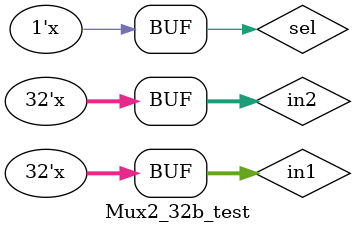
<source format=v>
`timescale 1ns / 1ps


module Mux2_32b_test;

	// Inputs
	reg [31:0] in1;
	reg [31:0] in2;
	reg sel;

	// Outputs
	wire [31:0] out;

	// Instantiate the Unit Under Test (UUT)
	Mux2_32b uut (
		.in1(in1), 
		.in2(in2), 
		.sel(sel), 
		.out(out)
	);

	initial begin
// Initialize Inputs
		in1 = 5'b 00001;
		in2 = 5'b 00010;
		sel = 0;
// Wait 100 ns for global reset to finish
		#100;
    
	end
		
		always#5 in1=~in1;
		always#5 in2=~in2;
		
		always
		begin
 
		#5 sel=~sel;
		end
		
   
endmodule

</source>
